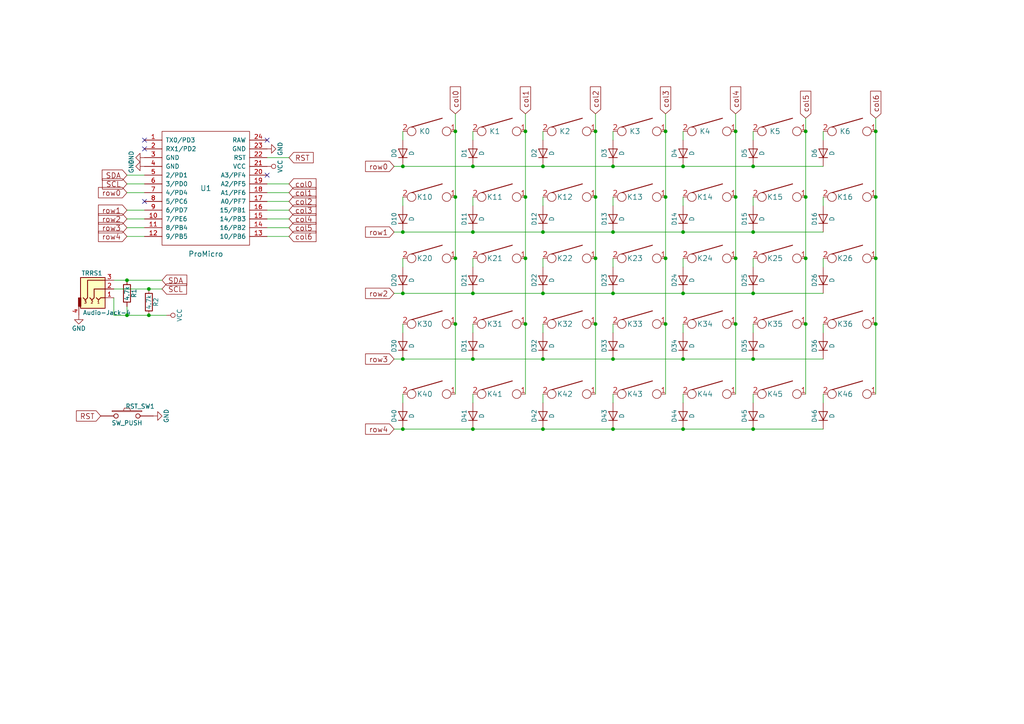
<source format=kicad_sch>
(kicad_sch (version 20211123) (generator eeschema)
  (paper "A4")
  (title_block (title "Redox keyboard (hotswap left)") (date "2018-05-05") (rev "1.0") (comment 1 "designed by Mattia Dal Ben") (comment 2 "https://github.com/mattdibi/redox-keyboard"))
  (lib_symbols
    (symbol "redox_rev1-rescue:Audio-Jack-4" (pin_names (offset 1.016))
      (property "Reference" "J" (at -1.27 2.032 0))
      (property "Value" "Audio-Jack-4" (at 3.048 -9.398 0))
      (symbol "Audio-Jack-4_0_0"
        (rectangle (start -4.572 -8.128) (end 2.54 0.762) (stroke (width 0.254)) (fill (type background)))
        (text "1" (at 0.635 -6.35 0) (effects (font (size 0.762 0.762))))
        (text "2" (at -1.27 -6.35 0) (effects (font (size 0.762 0.762))))
        (text "3" (at -3.175 -6.35 0) (effects (font (size 0.762 0.762))))
      )
      (symbol "Audio-Jack-4_0_1"
        (rectangle (start -4.445 -7.62) (end -5.207 -5.08) (fill (type outline)))
        (polyline (pts (xy 0 -5.08) (xy 0.635 -5.715) (xy 1.27 -5.08) (xy 2.54 -5.08)) (stroke (width 0.254)))
        (polyline (pts (xy -1.905 -5.08) (xy -1.27 -5.715) (xy -0.635 -5.08) (xy -0.635 -2.54) (xy 2.54 -2.54)) (stroke (width 0.254)))
        (polyline (pts (xy 2.54 0) (xy -2.54 0) (xy -2.54 -5.08) (xy -3.175 -5.715) (xy -3.81 -5.08)) (stroke (width 0.254)))
      )
      (symbol "Audio-Jack-4_1_1"
        (pin passive line (at 5.08 -5.08 180) (length 2.54) (name "~") (number "1"))
        (pin passive line (at 5.08 -2.54 180) (length 2.54) (name "~") (number "2"))
        (pin passive line (at 5.08 0 180) (length 2.54) (name "~") (number "3"))
        (pin passive line (at -5.08 -10.16 90) (length 2.54) (name "~") (number "4"))
      )
    )
    (symbol "redox_rev1-rescue:D" (pin_numbers hide) (pin_names (offset 1.016) hide)
      (property "Reference" "D" (at 0 2.54 0))
      (property "Value" "D" (at 0 -2.54 0))
      (symbol "D_0_1"
        (polyline (pts (xy -1.27 1.27) (xy -1.27 -1.27)) (stroke (width 0.2032)))
        (polyline (pts (xy 1.27 0) (xy -1.27 0)))
        (polyline (pts (xy 1.27 1.27) (xy 1.27 -1.27) (xy -1.27 0) (xy 1.27 1.27)) (stroke (width 0.2032)))
      )
      (symbol "D_1_1"
        (pin passive line (at -3.81 0 0) (length 2.54) (name "K") (number "1"))
        (pin passive line (at 3.81 0 180) (length 2.54) (name "A") (number "2"))
      )
    )
    (symbol "redox_rev1-rescue:GND" (power) (pin_names (offset 0))
      (property "Value" "GND" (at 0 -3.81 0))
      (symbol "GND_0_1"
        (polyline (pts (xy 0 0) (xy 0 -1.27) (xy 1.27 -1.27) (xy 0 -2.54) (xy -1.27 -1.27) (xy 0 -1.27)))
      )
      (symbol "GND_1_1"
        (pin power_in line (at 0 0 270) (length 0) hide (name "GND") (number "1"))
      )
    )
    (symbol "redox_rev1-rescue:KEYSW" (pin_names (offset 1.016))
      (property "Reference" "K?" (at -1.27 0 0))
      (symbol "KEYSW_0_1"
        (circle (center -5.08 0) (radius 1.27))
        (polyline (pts (xy -5.08 1.27) (xy 3.81 3.81)) (stroke (width 0.254)))
        (circle (center 5.08 0) (radius 1.27))
      )
      (symbol "KEYSW_1_1"
        (pin passive line (at 7.62 0 180) (length 1.27) (name "~") (number "1"))
        (pin passive line (at -7.62 0 0) (length 1.27) (name "~") (number "2"))
      )
    )
    (symbol "redox_rev1-rescue:ProMicro" (pin_names (offset 1.016))
      (property "Reference" "U" (at 0 0 0))
      (property "Value" "ProMicro" (at 0 -19.05 0))
      (symbol "ProMicro_0_1"
        (rectangle (start -12.7 -16.51) (end 12.7 16.51))
      )
      (symbol "ProMicro_1_1"
        (pin input line (at -17.78 13.97 0) (length 5.08) (name "TX0/PD3") (number "1"))
        (pin input line (at -17.78 -8.89 0) (length 5.08) (name "7/PE6") (number "10"))
        (pin input line (at -17.78 -11.43 0) (length 5.08) (name "8/PB4") (number "11"))
        (pin input line (at -17.78 -13.97 0) (length 5.08) (name "9/PB5") (number "12"))
        (pin input line (at 17.78 -13.97 180) (length 5.08) (name "10/PB6") (number "13"))
        (pin input line (at 17.78 -11.43 180) (length 5.08) (name "16/PB2") (number "14"))
        (pin input line (at 17.78 -8.89 180) (length 5.08) (name "14/PB3") (number "15"))
        (pin input line (at 17.78 -6.35 180) (length 5.08) (name "15/PB1") (number "16"))
        (pin input line (at 17.78 -3.81 180) (length 5.08) (name "A0/PF7") (number "17"))
        (pin input line (at 17.78 -1.27 180) (length 5.08) (name "A1/PF6") (number "18"))
        (pin input line (at 17.78 1.27 180) (length 5.08) (name "A2/PF5") (number "19"))
        (pin input line (at -17.78 11.43 0) (length 5.08) (name "RX1/PD2") (number "2"))
        (pin input line (at 17.78 3.81 180) (length 5.08) (name "A3/PF4") (number "20"))
        (pin input line (at 17.78 6.35 180) (length 5.08) (name "VCC") (number "21"))
        (pin input line (at 17.78 8.89 180) (length 5.08) (name "RST") (number "22"))
        (pin input line (at 17.78 11.43 180) (length 5.08) (name "GND") (number "23"))
        (pin input line (at 17.78 13.97 180) (length 5.08) (name "RAW") (number "24"))
        (pin input line (at -17.78 8.89 0) (length 5.08) (name "GND") (number "3"))
        (pin input line (at -17.78 6.35 0) (length 5.08) (name "GND") (number "4"))
        (pin input line (at -17.78 3.81 0) (length 5.08) (name "2/PD1") (number "5"))
        (pin input line (at -17.78 1.27 0) (length 5.08) (name "3/PD0") (number "6"))
        (pin input line (at -17.78 -1.27 0) (length 5.08) (name "4/PD4") (number "7"))
        (pin input line (at -17.78 -3.81 0) (length 5.08) (name "5/PC6") (number "8"))
        (pin input line (at -17.78 -6.35 0) (length 5.08) (name "6/PD7") (number "9"))
      )
    )
    (symbol "redox_rev1-rescue:R" (pin_numbers hide) (pin_names (offset 0))
      (property "Reference" "R" (at 2.032 0 90))
      (property "Value" "R" (at 0 0 90))
      (symbol "R_0_1"
        (rectangle (start -1.016 -2.54) (end 1.016 2.54) (stroke (width 0.254)))
      )
      (symbol "R_1_1"
        (pin passive line (at 0 3.81 270) (length 1.27) (name "~") (number "1"))
        (pin passive line (at 0 -3.81 90) (length 1.27) (name "~") (number "2"))
      )
    )
    (symbol "redox_rev1-rescue:SW_PUSH" (pin_numbers hide) (pin_names (offset 1.016) hide)
      (property "Reference" "SW" (at 3.81 2.794 0))
      (property "Value" "SW_PUSH" (at 0 -2.032 0))
      (symbol "SW_PUSH_0_1"
        (rectangle (start -4.318 1.27) (end 4.318 1.524))
        (polyline (pts (xy -1.016 1.524) (xy -0.762 2.286) (xy 0.762 2.286) (xy 1.016 1.524)))
        (pin passive inverted (at -7.62 0 0) (length 5.08) (name "1") (number "1"))
        (pin passive inverted (at 7.62 0 180) (length 5.08) (name "2") (number "2"))
      )
    )
    (symbol "redox_rev1-rescue:VCC" (power) (pin_names (offset 0))
      (property "Value" "VCC" (at 0 3.81 0))
      (symbol "VCC_0_1"
        (polyline (pts (xy 0 0) (xy 0 1.27)))
        (circle (center 0 1.905) (radius 0.635))
      )
      (symbol "VCC_1_1"
        (pin power_in line (at 0 0 90) (length 0) hide (name "VCC") (number "1"))
      )
    )
  )
  (junction (at 233.68 74.93))
  (junction (at 193.04 74.93))
  (junction (at 218.44 124.46))
  (junction (at 254 74.93))
  (junction (at 137.16 104.14))
  (junction (at 157.48 85.09))
  (junction (at 172.72 93.98))
  (junction (at 172.72 57.15))
  (junction (at 132.08 38.1))
  (junction (at 137.16 67.31))
  (junction (at 198.12 67.31))
  (junction (at 177.8 67.31))
  (junction (at 254 38.1))
  (junction (at 177.8 104.14))
  (junction (at 152.4 38.1))
  (junction (at 177.8 85.09))
  (junction (at 116.84 67.31))
  (junction (at 218.44 67.31))
  (junction (at 254 57.15))
  (junction (at 177.8 48.26))
  (junction (at 43.18 83.82))
  (junction (at 233.68 57.15))
  (junction (at 233.68 38.1))
  (junction (at 157.48 48.26))
  (junction (at 152.4 74.93))
  (junction (at 36.83 91.44))
  (junction (at 157.48 124.46))
  (junction (at 193.04 93.98))
  (junction (at 177.8 124.46))
  (junction (at 213.36 38.1))
  (junction (at 137.16 48.26))
  (junction (at 233.68 93.98))
  (junction (at 132.08 74.93))
  (junction (at 213.36 93.98))
  (junction (at 254 93.98))
  (junction (at 172.72 38.1))
  (junction (at 218.44 85.09))
  (junction (at 137.16 124.46))
  (junction (at 36.83 81.28))
  (junction (at 218.44 104.14))
  (junction (at 213.36 74.93))
  (junction (at 198.12 124.46))
  (junction (at 132.08 57.15))
  (junction (at 116.84 85.09))
  (junction (at 198.12 85.09))
  (junction (at 132.08 93.98))
  (junction (at 157.48 67.31))
  (junction (at 157.48 104.14))
  (junction (at 193.04 38.1))
  (junction (at 116.84 104.14))
  (junction (at 198.12 48.26))
  (junction (at 152.4 93.98))
  (junction (at 137.16 85.09))
  (junction (at 116.84 48.26))
  (junction (at 172.72 74.93))
  (junction (at 213.36 57.15))
  (junction (at 193.04 57.15))
  (junction (at 116.84 124.46))
  (junction (at 152.4 57.15))
  (junction (at 198.12 104.14))
  (junction (at 43.18 91.44))
  (junction (at 218.44 48.26))
  (no_connect (at 77.47 50.8))
  (no_connect (at 41.91 58.42))
  (no_connect (at 41.91 40.64))
  (no_connect (at 77.47 40.64))
  (no_connect (at 41.91 43.18))
  (wire (pts (xy 77.47 58.42) (xy 83.82 58.42)))
  (wire (pts (xy 36.83 81.28) (xy 46.99 81.28)))
  (wire (pts (xy 36.83 91.44) (xy 43.18 91.44)))
  (wire (pts (xy 213.36 33.02) (xy 213.36 38.1)))
  (wire (pts (xy 33.02 86.36) (xy 33.02 91.44)))
  (wire (pts (xy 218.44 93.98) (xy 218.44 96.52)))
  (wire (pts (xy 137.16 67.31) (xy 157.48 67.31)))
  (wire (pts (xy 137.16 93.98) (xy 137.16 96.52)))
  (wire (pts (xy 132.08 38.1) (xy 132.08 57.15)))
  (wire (pts (xy 198.12 38.1) (xy 198.12 40.64)))
  (wire (pts (xy 177.8 67.31) (xy 198.12 67.31)))
  (wire (pts (xy 233.68 34.29) (xy 233.68 38.1)))
  (wire (pts (xy 177.8 48.26) (xy 198.12 48.26)))
  (wire (pts (xy 43.18 91.44) (xy 48.26 91.44)))
  (wire (pts (xy 177.8 93.98) (xy 177.8 96.52)))
  (wire (pts (xy 132.08 74.93) (xy 132.08 93.98)))
  (wire (pts (xy 137.16 85.09) (xy 157.48 85.09)))
  (wire (pts (xy 177.8 124.46) (xy 198.12 124.46)))
  (wire (pts (xy 77.47 68.58) (xy 83.82 68.58)))
  (wire (pts (xy 116.84 38.1) (xy 116.84 40.64)))
  (wire (pts (xy 116.84 124.46) (xy 137.16 124.46)))
  (wire (pts (xy 77.47 63.5) (xy 83.82 63.5)))
  (wire (pts (xy 152.4 74.93) (xy 152.4 93.98)))
  (wire (pts (xy 254 57.15) (xy 254 74.93)))
  (wire (pts (xy 152.4 57.15) (xy 152.4 74.93)))
  (wire (pts (xy 198.12 85.09) (xy 218.44 85.09)))
  (wire (pts (xy 114.3 104.14) (xy 116.84 104.14)))
  (wire (pts (xy 254 34.29) (xy 254 38.1)))
  (wire (pts (xy 193.04 57.15) (xy 193.04 74.93)))
  (wire (pts (xy 137.16 104.14) (xy 157.48 104.14)))
  (wire (pts (xy 218.44 114.3) (xy 218.44 116.84)))
  (wire (pts (xy 177.8 74.93) (xy 177.8 77.47)))
  (wire (pts (xy 218.44 85.09) (xy 238.76 85.09)))
  (wire (pts (xy 238.76 93.98) (xy 238.76 96.52)))
  (wire (pts (xy 36.83 68.58) (xy 41.91 68.58)))
  (wire (pts (xy 152.4 38.1) (xy 152.4 57.15)))
  (wire (pts (xy 238.76 74.93) (xy 238.76 77.47)))
  (wire (pts (xy 132.08 93.98) (xy 132.08 114.3)))
  (wire (pts (xy 254 74.93) (xy 254 93.98)))
  (wire (pts (xy 116.84 114.3) (xy 116.84 116.84)))
  (wire (pts (xy 172.72 93.98) (xy 172.72 114.3)))
  (wire (pts (xy 193.04 38.1) (xy 193.04 57.15)))
  (wire (pts (xy 218.44 48.26) (xy 238.76 48.26)))
  (wire (pts (xy 213.36 74.93) (xy 213.36 93.98)))
  (wire (pts (xy 238.76 38.1) (xy 238.76 40.64)))
  (wire (pts (xy 157.48 67.31) (xy 177.8 67.31)))
  (wire (pts (xy 172.72 38.1) (xy 172.72 57.15)))
  (wire (pts (xy 254 38.1) (xy 254 57.15)))
  (wire (pts (xy 77.47 53.34) (xy 83.82 53.34)))
  (wire (pts (xy 177.8 104.14) (xy 198.12 104.14)))
  (wire (pts (xy 218.44 67.31) (xy 238.76 67.31)))
  (wire (pts (xy 116.84 93.98) (xy 116.84 96.52)))
  (wire (pts (xy 177.8 85.09) (xy 198.12 85.09)))
  (wire (pts (xy 116.84 67.31) (xy 137.16 67.31)))
  (wire (pts (xy 137.16 38.1) (xy 137.16 40.64)))
  (wire (pts (xy 193.04 93.98) (xy 193.04 114.3)))
  (wire (pts (xy 193.04 74.93) (xy 193.04 93.98)))
  (wire (pts (xy 36.83 50.8) (xy 41.91 50.8)))
  (wire (pts (xy 218.44 124.46) (xy 238.76 124.46)))
  (wire (pts (xy 116.84 74.93) (xy 116.84 77.47)))
  (wire (pts (xy 116.84 48.26) (xy 137.16 48.26)))
  (wire (pts (xy 36.83 63.5) (xy 41.91 63.5)))
  (wire (pts (xy 36.83 55.88) (xy 41.91 55.88)))
  (wire (pts (xy 114.3 67.31) (xy 116.84 67.31)))
  (wire (pts (xy 33.02 81.28) (xy 36.83 81.28)))
  (wire (pts (xy 157.48 74.93) (xy 157.48 77.47)))
  (wire (pts (xy 218.44 104.14) (xy 238.76 104.14)))
  (wire (pts (xy 137.16 114.3) (xy 137.16 116.84)))
  (wire (pts (xy 198.12 57.15) (xy 198.12 59.69)))
  (wire (pts (xy 157.48 104.14) (xy 177.8 104.14)))
  (wire (pts (xy 172.72 33.02) (xy 172.72 38.1)))
  (wire (pts (xy 114.3 85.09) (xy 116.84 85.09)))
  (wire (pts (xy 137.16 74.93) (xy 137.16 77.47)))
  (wire (pts (xy 114.3 48.26) (xy 116.84 48.26)))
  (wire (pts (xy 36.83 53.34) (xy 41.91 53.34)))
  (wire (pts (xy 132.08 57.15) (xy 132.08 74.93)))
  (wire (pts (xy 36.83 88.9) (xy 36.83 91.44)))
  (wire (pts (xy 198.12 114.3) (xy 198.12 116.84)))
  (wire (pts (xy 36.83 66.04) (xy 41.91 66.04)))
  (wire (pts (xy 193.04 33.02) (xy 193.04 38.1)))
  (wire (pts (xy 157.48 93.98) (xy 157.48 96.52)))
  (wire (pts (xy 116.84 85.09) (xy 137.16 85.09)))
  (wire (pts (xy 157.48 85.09) (xy 177.8 85.09)))
  (wire (pts (xy 177.8 114.3) (xy 177.8 116.84)))
  (wire (pts (xy 114.3 124.46) (xy 116.84 124.46)))
  (wire (pts (xy 238.76 57.15) (xy 238.76 59.69)))
  (wire (pts (xy 77.47 45.72) (xy 83.82 45.72)))
  (wire (pts (xy 213.36 93.98) (xy 213.36 114.3)))
  (wire (pts (xy 77.47 60.96) (xy 83.82 60.96)))
  (wire (pts (xy 137.16 48.26) (xy 157.48 48.26)))
  (wire (pts (xy 43.18 83.82) (xy 46.99 83.82)))
  (wire (pts (xy 77.47 66.04) (xy 83.82 66.04)))
  (wire (pts (xy 233.68 74.93) (xy 233.68 93.98)))
  (wire (pts (xy 238.76 114.3) (xy 238.76 116.84)))
  (wire (pts (xy 36.83 60.96) (xy 41.91 60.96)))
  (wire (pts (xy 218.44 57.15) (xy 218.44 59.69)))
  (wire (pts (xy 177.8 38.1) (xy 177.8 40.64)))
  (wire (pts (xy 213.36 57.15) (xy 213.36 74.93)))
  (wire (pts (xy 177.8 57.15) (xy 177.8 59.69)))
  (wire (pts (xy 137.16 57.15) (xy 137.16 59.69)))
  (wire (pts (xy 157.48 114.3) (xy 157.48 116.84)))
  (wire (pts (xy 233.68 93.98) (xy 233.68 114.3)))
  (wire (pts (xy 116.84 57.15) (xy 116.84 59.69)))
  (wire (pts (xy 116.84 104.14) (xy 137.16 104.14)))
  (wire (pts (xy 77.47 55.88) (xy 83.82 55.88)))
  (wire (pts (xy 152.4 93.98) (xy 152.4 114.3)))
  (wire (pts (xy 137.16 124.46) (xy 157.48 124.46)))
  (wire (pts (xy 198.12 124.46) (xy 218.44 124.46)))
  (wire (pts (xy 218.44 74.93) (xy 218.44 77.47)))
  (wire (pts (xy 233.68 38.1) (xy 233.68 57.15)))
  (wire (pts (xy 157.48 48.26) (xy 177.8 48.26)))
  (wire (pts (xy 157.48 57.15) (xy 157.48 59.69)))
  (wire (pts (xy 152.4 33.02) (xy 152.4 38.1)))
  (wire (pts (xy 254 93.98) (xy 254 114.3)))
  (wire (pts (xy 233.68 57.15) (xy 233.68 74.93)))
  (wire (pts (xy 157.48 38.1) (xy 157.48 40.64)))
  (wire (pts (xy 132.08 33.02) (xy 132.08 38.1)))
  (wire (pts (xy 33.02 91.44) (xy 36.83 91.44)))
  (wire (pts (xy 218.44 38.1) (xy 218.44 40.64)))
  (wire (pts (xy 213.36 38.1) (xy 213.36 57.15)))
  (wire (pts (xy 198.12 67.31) (xy 218.44 67.31)))
  (wire (pts (xy 172.72 74.93) (xy 172.72 93.98)))
  (wire (pts (xy 198.12 74.93) (xy 198.12 77.47)))
  (wire (pts (xy 198.12 104.14) (xy 218.44 104.14)))
  (wire (pts (xy 33.02 83.82) (xy 43.18 83.82)))
  (wire (pts (xy 157.48 124.46) (xy 177.8 124.46)))
  (wire (pts (xy 198.12 48.26) (xy 218.44 48.26)))
  (wire (pts (xy 172.72 57.15) (xy 172.72 74.93)))
  (wire (pts (xy 198.12 93.98) (xy 198.12 96.52)))
  (global_label "col6" (shape input) (at 254 34.29 90) (effects (font (size 1.524 1.524))) (property "Intersheet References" "${INTERSHEET_REFS}" (effects hide)))
  (global_label "row2" (shape input) (at 114.3 85.09 180) (effects (font (size 1.524 1.524))) (property "Intersheet References" "${INTERSHEET_REFS}" (effects hide)))
  (global_label "row4" (shape input) (at 114.3 124.46 180) (effects (font (size 1.524 1.524))) (property "Intersheet References" "${INTERSHEET_REFS}" (effects hide)))
  (global_label "col5" (shape input) (at 233.68 34.29 90) (effects (font (size 1.524 1.524))) (property "Intersheet References" "${INTERSHEET_REFS}" (effects hide)))
  (global_label "SDA" (shape input) (at 46.99 81.28 0) (effects (font (size 1.524 1.524))) (property "Intersheet References" "${INTERSHEET_REFS}" (effects hide)))
  (global_label "col0" (shape input) (at 132.08 33.02 90) (effects (font (size 1.524 1.524))) (property "Intersheet References" "${INTERSHEET_REFS}" (effects hide)))
  (global_label "row0" (shape input) (at 36.83 55.88 180) (effects (font (size 1.524 1.524))) (property "Intersheet References" "${INTERSHEET_REFS}" (effects hide)))
  (global_label "col1" (shape input) (at 83.82 55.88 0) (effects (font (size 1.524 1.524))) (property "Intersheet References" "${INTERSHEET_REFS}" (effects hide)))
  (global_label "RST" (shape input) (at 83.82 45.72 0) (effects (font (size 1.524 1.524))) (property "Intersheet References" "${INTERSHEET_REFS}" (effects hide)))
  (global_label "row2" (shape input) (at 36.83 63.5 180) (effects (font (size 1.524 1.524))) (property "Intersheet References" "${INTERSHEET_REFS}" (effects hide)))
  (global_label "col4" (shape input) (at 213.36 33.02 90) (effects (font (size 1.524 1.524))) (property "Intersheet References" "${INTERSHEET_REFS}" (effects hide)))
  (global_label "row3" (shape input) (at 36.83 66.04 180) (effects (font (size 1.524 1.524))) (property "Intersheet References" "${INTERSHEET_REFS}" (effects hide)))
  (global_label "col4" (shape input) (at 83.82 63.5 0) (effects (font (size 1.524 1.524))) (property "Intersheet References" "${INTERSHEET_REFS}" (effects hide)))
  (global_label "SCL" (shape input) (at 36.83 53.34 180) (effects (font (size 1.524 1.524))) (property "Intersheet References" "${INTERSHEET_REFS}" (effects hide)))
  (global_label "row0" (shape input) (at 114.3 48.26 180) (effects (font (size 1.524 1.524))) (property "Intersheet References" "${INTERSHEET_REFS}" (effects hide)))
  (global_label "col2" (shape input) (at 172.72 33.02 90) (effects (font (size 1.524 1.524))) (property "Intersheet References" "${INTERSHEET_REFS}" (effects hide)))
  (global_label "col3" (shape input) (at 193.04 33.02 90) (effects (font (size 1.524 1.524))) (property "Intersheet References" "${INTERSHEET_REFS}" (effects hide)))
  (global_label "col5" (shape input) (at 83.82 66.04 0) (effects (font (size 1.524 1.524))) (property "Intersheet References" "${INTERSHEET_REFS}" (effects hide)))
  (global_label "col0" (shape input) (at 83.82 53.34 0) (effects (font (size 1.524 1.524))) (property "Intersheet References" "${INTERSHEET_REFS}" (effects hide)))
  (global_label "row3" (shape input) (at 114.3 104.14 180) (effects (font (size 1.524 1.524))) (property "Intersheet References" "${INTERSHEET_REFS}" (effects hide)))
  (global_label "col2" (shape input) (at 83.82 58.42 0) (effects (font (size 1.524 1.524))) (property "Intersheet References" "${INTERSHEET_REFS}" (effects hide)))
  (global_label "col1" (shape input) (at 152.4 33.02 90) (effects (font (size 1.524 1.524))) (property "Intersheet References" "${INTERSHEET_REFS}" (effects hide)))
  (global_label "row4" (shape input) (at 36.83 68.58 180) (effects (font (size 1.524 1.524))) (property "Intersheet References" "${INTERSHEET_REFS}" (effects hide)))
  (global_label "col6" (shape input) (at 83.82 68.58 0) (effects (font (size 1.524 1.524))) (property "Intersheet References" "${INTERSHEET_REFS}" (effects hide)))
  (global_label "RST" (shape input) (at 29.21 120.65 180) (effects (font (size 1.524 1.524))) (property "Intersheet References" "${INTERSHEET_REFS}" (effects hide)))
  (global_label "SCL" (shape input) (at 46.99 83.82 0) (effects (font (size 1.524 1.524))) (property "Intersheet References" "${INTERSHEET_REFS}" (effects hide)))
  (global_label "row1" (shape input) (at 36.83 60.96 180) (effects (font (size 1.524 1.524))) (property "Intersheet References" "${INTERSHEET_REFS}" (effects hide)))
  (global_label "col3" (shape input) (at 83.82 60.96 0) (effects (font (size 1.524 1.524))) (property "Intersheet References" "${INTERSHEET_REFS}" (effects hide)))
  (global_label "SDA" (shape input) (at 36.83 50.8 180) (effects (font (size 1.524 1.524))) (property "Intersheet References" "${INTERSHEET_REFS}" (effects hide)))
  (global_label "row1" (shape input) (at 114.3 67.31 180) (effects (font (size 1.524 1.524))) (property "Intersheet References" "${INTERSHEET_REFS}" (effects hide)))
  (symbol (lib_id "redox_rev1-rescue:ProMicro") (at 59.69 54.61 0) (unit 1)
    (property "Reference" "U1" (at 59.69 54.61 0) (effects (font (size 1.524 1.524))))
    (property "Value" "ProMicro" (at 59.69 73.66 0) (effects (font (size 1.524 1.524))))
    (property "Footprint" "redox_footprints:ArduinoProMicro" (effects hide))
  )
  (symbol (lib_id "redox_rev1-rescue:Audio-Jack-4") (at 27.94 81.28 0) (unit 1)
    (property "Reference" "TRRS1" (at 26.67 79.248 0))
    (property "Value" "Audio-Jack-4" (at 30.988 90.678 0))
    (property "Footprint" "redox_footprints:TRRS-PJ-320A-dual" (effects hide))
  )
  (symbol (lib_id "redox_rev1-rescue:SW_PUSH") (at 36.83 120.65 0) (unit 1)
    (property "Reference" "RST_SW1" (at 40.64 117.856 0))
    (property "Value" "SW_PUSH" (at 36.83 122.682 0))
    (property "Footprint" "redox_footprints:SW_PUSH_6mm_h4.3mm" (effects hide))
  )
  (symbol (lib_id "redox_rev1-rescue:GND") (at 77.47 43.18 90) (unit 1)
    (property "Reference" "#PWR01" (effects hide))
    (property "Value" "GND" (at 81.28 43.18 0))
  )
  (symbol (lib_id "redox_rev1-rescue:VCC") (at 77.47 48.26 270) (unit 1)
    (property "Reference" "#PWR02" (effects hide))
    (property "Value" "VCC" (at 81.28 48.26 0))
  )
  (symbol (lib_id "redox_rev1-rescue:KEYSW") (at 124.46 38.1 0) (unit 1)
    (property "Reference" "K0" (at 123.19 38.1 0) (effects (font (size 1.524 1.524))))
    (property "Value" "KEYSW" (effects hide))
    (property "Footprint" "redox_footprints:Kailh_socket_MX" (effects hide))
  )
  (symbol (lib_id "redox_rev1-rescue:D") (at 116.84 44.45 90) (unit 1)
    (property "Reference" "D0" (at 114.3 44.45 0))
    (property "Value" "D" (at 119.38 44.45 0))
    (property "Footprint" "redox_footprints:Diode-smd-via" (effects hide))
  )
  (symbol (lib_id "redox_rev1-rescue:GND") (at 22.86 91.44 0) (unit 1)
    (property "Reference" "#PWR03" (effects hide))
    (property "Value" "GND" (at 22.86 95.25 0))
  )
  (symbol (lib_id "redox_rev1-rescue:GND") (at 44.45 120.65 90) (unit 1)
    (property "Reference" "#PWR06" (effects hide))
    (property "Value" "GND" (at 48.26 120.65 0))
  )
  (symbol (lib_id "redox_rev1-rescue:KEYSW") (at 144.78 38.1 0) (unit 1)
    (property "Reference" "K1" (at 143.51 38.1 0) (effects (font (size 1.524 1.524))))
    (property "Value" "KEYSW" (effects hide))
    (property "Footprint" "redox_footprints:Kailh_socket_MX" (effects hide))
  )
  (symbol (lib_id "redox_rev1-rescue:D") (at 137.16 44.45 90) (unit 1)
    (property "Reference" "D1" (at 134.62 44.45 0))
    (property "Value" "D" (at 139.7 44.45 0))
    (property "Footprint" "redox_footprints:Diode-smd-via" (effects hide))
  )
  (symbol (lib_id "redox_rev1-rescue:GND") (at 41.91 45.72 270) (unit 1)
    (property "Reference" "#PWR07" (effects hide))
    (property "Value" "GND" (at 38.1 45.72 0))
  )
  (symbol (lib_id "redox_rev1-rescue:GND") (at 41.91 48.26 270) (unit 1)
    (property "Reference" "#PWR08" (effects hide))
    (property "Value" "GND" (at 38.1 48.26 0))
  )
  (symbol (lib_id "redox_rev1-rescue:KEYSW") (at 165.1 38.1 0) (unit 1)
    (property "Reference" "K2" (at 163.83 38.1 0) (effects (font (size 1.524 1.524))))
    (property "Value" "KEYSW" (effects hide))
    (property "Footprint" "redox_footprints:Kailh_socket_MX" (effects hide))
  )
  (symbol (lib_id "redox_rev1-rescue:D") (at 157.48 44.45 90) (unit 1)
    (property "Reference" "D2" (at 154.94 44.45 0))
    (property "Value" "D" (at 160.02 44.45 0))
    (property "Footprint" "redox_footprints:Diode-smd-via" (effects hide))
  )
  (symbol (lib_id "redox_rev1-rescue:KEYSW") (at 185.42 38.1 0) (unit 1)
    (property "Reference" "K3" (at 184.15 38.1 0) (effects (font (size 1.524 1.524))))
    (property "Value" "KEYSW" (effects hide))
    (property "Footprint" "redox_footprints:Kailh_socket_MX" (effects hide))
  )
  (symbol (lib_id "redox_rev1-rescue:D") (at 177.8 44.45 90) (unit 1)
    (property "Reference" "D3" (at 175.26 44.45 0))
    (property "Value" "D" (at 180.34 44.45 0))
    (property "Footprint" "redox_footprints:Diode-smd-via" (effects hide))
  )
  (symbol (lib_id "redox_rev1-rescue:KEYSW") (at 205.74 38.1 0) (unit 1)
    (property "Reference" "K4" (at 204.47 38.1 0) (effects (font (size 1.524 1.524))))
    (property "Value" "KEYSW" (effects hide))
    (property "Footprint" "redox_footprints:Kailh_socket_MX" (effects hide))
  )
  (symbol (lib_id "redox_rev1-rescue:D") (at 198.12 44.45 90) (unit 1)
    (property "Reference" "D4" (at 195.58 44.45 0))
    (property "Value" "D" (at 200.66 44.45 0))
    (property "Footprint" "redox_footprints:Diode-smd-via" (effects hide))
  )
  (symbol (lib_id "redox_rev1-rescue:KEYSW") (at 226.06 38.1 0) (unit 1)
    (property "Reference" "K5" (at 224.79 38.1 0) (effects (font (size 1.524 1.524))))
    (property "Value" "KEYSW" (effects hide))
    (property "Footprint" "redox_footprints:Kailh_socket_MX" (effects hide))
  )
  (symbol (lib_id "redox_rev1-rescue:D") (at 218.44 44.45 90) (unit 1)
    (property "Reference" "D5" (at 215.9 44.45 0))
    (property "Value" "D" (at 220.98 44.45 0))
    (property "Footprint" "redox_footprints:Diode-smd-via" (effects hide))
  )
  (symbol (lib_id "redox_rev1-rescue:KEYSW") (at 246.38 38.1 0) (unit 1)
    (property "Reference" "K6" (at 245.11 38.1 0) (effects (font (size 1.524 1.524))))
    (property "Value" "KEYSW" (effects hide))
    (property "Footprint" "redox_footprints:Kailh_socket_MX" (effects hide))
  )
  (symbol (lib_id "redox_rev1-rescue:D") (at 238.76 44.45 90) (unit 1)
    (property "Reference" "D6" (at 236.22 44.45 0))
    (property "Value" "D" (at 241.3 44.45 0))
    (property "Footprint" "redox_footprints:Diode-smd-via" (effects hide))
  )
  (symbol (lib_id "redox_rev1-rescue:KEYSW") (at 124.46 57.15 0) (unit 1)
    (property "Reference" "K10" (at 123.19 57.15 0) (effects (font (size 1.524 1.524))))
    (property "Value" "KEYSW" (effects hide))
    (property "Footprint" "redox_footprints:Kailh_socket_MX" (effects hide))
  )
  (symbol (lib_id "redox_rev1-rescue:D") (at 116.84 63.5 90) (unit 1)
    (property "Reference" "D10" (at 114.3 63.5 0))
    (property "Value" "D" (at 119.38 63.5 0))
    (property "Footprint" "redox_footprints:Diode-smd-via" (effects hide))
  )
  (symbol (lib_id "redox_rev1-rescue:KEYSW") (at 144.78 57.15 0) (unit 1)
    (property "Reference" "K11" (at 143.51 57.15 0) (effects (font (size 1.524 1.524))))
    (property "Value" "KEYSW" (effects hide))
    (property "Footprint" "redox_footprints:Kailh_socket_MX" (effects hide))
  )
  (symbol (lib_id "redox_rev1-rescue:D") (at 137.16 63.5 90) (unit 1)
    (property "Reference" "D11" (at 134.62 63.5 0))
    (property "Value" "D" (at 139.7 63.5 0))
    (property "Footprint" "redox_footprints:Diode-smd-via" (effects hide))
  )
  (symbol (lib_id "redox_rev1-rescue:KEYSW") (at 165.1 57.15 0) (unit 1)
    (property "Reference" "K12" (at 163.83 57.15 0) (effects (font (size 1.524 1.524))))
    (property "Value" "KEYSW" (effects hide))
    (property "Footprint" "redox_footprints:Kailh_socket_MX" (effects hide))
  )
  (symbol (lib_id "redox_rev1-rescue:D") (at 157.48 63.5 90) (unit 1)
    (property "Reference" "D12" (at 154.94 63.5 0))
    (property "Value" "D" (at 160.02 63.5 0))
    (property "Footprint" "redox_footprints:Diode-smd-via" (effects hide))
  )
  (symbol (lib_id "redox_rev1-rescue:KEYSW") (at 185.42 57.15 0) (unit 1)
    (property "Reference" "K13" (at 184.15 57.15 0) (effects (font (size 1.524 1.524))))
    (property "Value" "KEYSW" (effects hide))
    (property "Footprint" "redox_footprints:Kailh_socket_MX" (effects hide))
  )
  (symbol (lib_id "redox_rev1-rescue:D") (at 177.8 63.5 90) (unit 1)
    (property "Reference" "D13" (at 175.26 63.5 0))
    (property "Value" "D" (at 180.34 63.5 0))
    (property "Footprint" "redox_footprints:Diode-smd-via" (effects hide))
  )
  (symbol (lib_id "redox_rev1-rescue:KEYSW") (at 205.74 57.15 0) (unit 1)
    (property "Reference" "K14" (at 204.47 57.15 0) (effects (font (size 1.524 1.524))))
    (property "Value" "KEYSW" (effects hide))
    (property "Footprint" "redox_footprints:Kailh_socket_MX" (effects hide))
  )
  (symbol (lib_id "redox_rev1-rescue:D") (at 198.12 63.5 90) (unit 1)
    (property "Reference" "D14" (at 195.58 63.5 0))
    (property "Value" "D" (at 200.66 63.5 0))
    (property "Footprint" "redox_footprints:Diode-smd-via" (effects hide))
  )
  (symbol (lib_id "redox_rev1-rescue:KEYSW") (at 226.06 57.15 0) (unit 1)
    (property "Reference" "K15" (at 224.79 57.15 0) (effects (font (size 1.524 1.524))))
    (property "Value" "KEYSW" (effects hide))
    (property "Footprint" "redox_footprints:Kailh_socket_MX" (effects hide))
  )
  (symbol (lib_id "redox_rev1-rescue:D") (at 218.44 63.5 90) (unit 1)
    (property "Reference" "D15" (at 215.9 63.5 0))
    (property "Value" "D" (at 220.98 63.5 0))
    (property "Footprint" "redox_footprints:Diode-smd-via" (effects hide))
  )
  (symbol (lib_id "redox_rev1-rescue:KEYSW") (at 246.38 57.15 0) (unit 1)
    (property "Reference" "K16" (at 245.11 57.15 0) (effects (font (size 1.524 1.524))))
    (property "Value" "KEYSW" (effects hide))
    (property "Footprint" "redox_footprints:Kailh_socket_MX" (effects hide))
  )
  (symbol (lib_id "redox_rev1-rescue:D") (at 238.76 63.5 90) (unit 1)
    (property "Reference" "D16" (at 236.22 63.5 0))
    (property "Value" "D" (at 241.3 63.5 0))
    (property "Footprint" "redox_footprints:Diode-smd-via" (effects hide))
  )
  (symbol (lib_id "redox_rev1-rescue:R") (at 36.83 85.09 0) (unit 1)
    (property "Reference" "R1" (at 38.862 85.09 90))
    (property "Value" "4.7k" (at 36.83 85.09 90))
    (property "Footprint" "redox_footprints:Resistor-Compact" (effects hide))
  )
  (symbol (lib_id "redox_rev1-rescue:R") (at 43.18 87.63 0) (unit 1)
    (property "Reference" "R2" (at 45.212 87.63 90))
    (property "Value" "4.7k" (at 43.18 87.63 90))
    (property "Footprint" "redox_footprints:Resistor-Compact" (effects hide))
  )
  (symbol (lib_id "redox_rev1-rescue:KEYSW") (at 124.46 74.93 0) (unit 1)
    (property "Reference" "K20" (at 123.19 74.93 0) (effects (font (size 1.524 1.524))))
    (property "Value" "KEYSW" (effects hide))
    (property "Footprint" "redox_footprints:Kailh_socket_MX" (effects hide))
  )
  (symbol (lib_id "redox_rev1-rescue:D") (at 116.84 81.28 90) (unit 1)
    (property "Reference" "D20" (at 114.3 81.28 0))
    (property "Value" "D" (at 119.38 81.28 0))
    (property "Footprint" "redox_footprints:Diode-smd-via" (effects hide))
  )
  (symbol (lib_id "redox_rev1-rescue:KEYSW") (at 144.78 74.93 0) (unit 1)
    (property "Reference" "K21" (at 143.51 74.93 0) (effects (font (size 1.524 1.524))))
    (property "Value" "KEYSW" (effects hide))
    (property "Footprint" "redox_footprints:Kailh_socket_MX" (effects hide))
  )
  (symbol (lib_id "redox_rev1-rescue:D") (at 137.16 81.28 90) (unit 1)
    (property "Reference" "D21" (at 134.62 81.28 0))
    (property "Value" "D" (at 139.7 81.28 0))
    (property "Footprint" "redox_footprints:Diode-smd-via" (effects hide))
  )
  (symbol (lib_id "redox_rev1-rescue:KEYSW") (at 165.1 74.93 0) (unit 1)
    (property "Reference" "K22" (at 163.83 74.93 0) (effects (font (size 1.524 1.524))))
    (property "Value" "KEYSW" (effects hide))
    (property "Footprint" "redox_footprints:Kailh_socket_MX" (effects hide))
  )
  (symbol (lib_id "redox_rev1-rescue:D") (at 157.48 81.28 90) (unit 1)
    (property "Reference" "D22" (at 154.94 81.28 0))
    (property "Value" "D" (at 160.02 81.28 0))
    (property "Footprint" "redox_footprints:Diode-smd-via" (effects hide))
  )
  (symbol (lib_id "redox_rev1-rescue:KEYSW") (at 185.42 74.93 0) (unit 1)
    (property "Reference" "K23" (at 184.15 74.93 0) (effects (font (size 1.524 1.524))))
    (property "Value" "KEYSW" (effects hide))
    (property "Footprint" "redox_footprints:Kailh_socket_MX" (effects hide))
  )
  (symbol (lib_id "redox_rev1-rescue:D") (at 177.8 81.28 90) (unit 1)
    (property "Reference" "D23" (at 175.26 81.28 0))
    (property "Value" "D" (at 180.34 81.28 0))
    (property "Footprint" "redox_footprints:Diode-smd-via" (effects hide))
  )
  (symbol (lib_id "redox_rev1-rescue:KEYSW") (at 205.74 74.93 0) (unit 1)
    (property "Reference" "K24" (at 204.47 74.93 0) (effects (font (size 1.524 1.524))))
    (property "Value" "KEYSW" (effects hide))
    (property "Footprint" "redox_footprints:Kailh_socket_MX" (effects hide))
  )
  (symbol (lib_id "redox_rev1-rescue:D") (at 198.12 81.28 90) (unit 1)
    (property "Reference" "D24" (at 195.58 81.28 0))
    (property "Value" "D" (at 200.66 81.28 0))
    (property "Footprint" "redox_footprints:Diode-smd-via" (effects hide))
  )
  (symbol (lib_id "redox_rev1-rescue:KEYSW") (at 226.06 74.93 0) (unit 1)
    (property "Reference" "K25" (at 224.79 74.93 0) (effects (font (size 1.524 1.524))))
    (property "Value" "KEYSW" (effects hide))
    (property "Footprint" "redox_footprints:Kailh_socket_MX" (effects hide))
  )
  (symbol (lib_id "redox_rev1-rescue:D") (at 218.44 81.28 90) (unit 1)
    (property "Reference" "D25" (at 215.9 81.28 0))
    (property "Value" "D" (at 220.98 81.28 0))
    (property "Footprint" "redox_footprints:Diode-smd-via" (effects hide))
  )
  (symbol (lib_id "redox_rev1-rescue:KEYSW") (at 246.38 74.93 0) (unit 1)
    (property "Reference" "K26" (at 245.11 74.93 0) (effects (font (size 1.524 1.524))))
    (property "Value" "KEYSW" (effects hide))
    (property "Footprint" "redox_footprints:Kailh_socket_MX" (effects hide))
  )
  (symbol (lib_id "redox_rev1-rescue:D") (at 238.76 81.28 90) (unit 1)
    (property "Reference" "D26" (at 236.22 81.28 0))
    (property "Value" "D" (at 241.3 81.28 0))
    (property "Footprint" "redox_footprints:Diode-smd-via" (effects hide))
  )
  (symbol (lib_id "redox_rev1-rescue:KEYSW") (at 124.46 93.98 0) (unit 1)
    (property "Reference" "K30" (at 123.19 93.98 0) (effects (font (size 1.524 1.524))))
    (property "Value" "KEYSW" (effects hide))
    (property "Footprint" "redox_footprints:Kailh_socket_MX" (effects hide))
  )
  (symbol (lib_id "redox_rev1-rescue:D") (at 116.84 100.33 90) (unit 1)
    (property "Reference" "D30" (at 114.3 100.33 0))
    (property "Value" "D" (at 119.38 100.33 0))
    (property "Footprint" "redox_footprints:Diode-smd-via" (effects hide))
  )
  (symbol (lib_id "redox_rev1-rescue:KEYSW") (at 144.78 93.98 0) (unit 1)
    (property "Reference" "K31" (at 143.51 93.98 0) (effects (font (size 1.524 1.524))))
    (property "Value" "KEYSW" (effects hide))
    (property "Footprint" "redox_footprints:Kailh_socket_MX" (effects hide))
  )
  (symbol (lib_id "redox_rev1-rescue:D") (at 137.16 100.33 90) (unit 1)
    (property "Reference" "D31" (at 134.62 100.33 0))
    (property "Value" "D" (at 139.7 100.33 0))
    (property "Footprint" "redox_footprints:Diode-smd-via" (effects hide))
  )
  (symbol (lib_id "redox_rev1-rescue:KEYSW") (at 165.1 93.98 0) (unit 1)
    (property "Reference" "K32" (at 163.83 93.98 0) (effects (font (size 1.524 1.524))))
    (property "Value" "KEYSW" (effects hide))
    (property "Footprint" "redox_footprints:Kailh_socket_MX" (effects hide))
  )
  (symbol (lib_id "redox_rev1-rescue:D") (at 157.48 100.33 90) (unit 1)
    (property "Reference" "D32" (at 154.94 100.33 0))
    (property "Value" "D" (at 160.02 100.33 0))
    (property "Footprint" "redox_footprints:Diode-smd-via" (effects hide))
  )
  (symbol (lib_id "redox_rev1-rescue:KEYSW") (at 185.42 93.98 0) (unit 1)
    (property "Reference" "K33" (at 184.15 93.98 0) (effects (font (size 1.524 1.524))))
    (property "Value" "KEYSW" (effects hide))
    (property "Footprint" "redox_footprints:Kailh_socket_MX" (effects hide))
  )
  (symbol (lib_id "redox_rev1-rescue:D") (at 177.8 100.33 90) (unit 1)
    (property "Reference" "D33" (at 175.26 100.33 0))
    (property "Value" "D" (at 180.34 100.33 0))
    (property "Footprint" "redox_footprints:Diode-smd-via" (effects hide))
  )
  (symbol (lib_id "redox_rev1-rescue:KEYSW") (at 205.74 93.98 0) (unit 1)
    (property "Reference" "K34" (at 204.47 93.98 0) (effects (font (size 1.524 1.524))))
    (property "Value" "KEYSW" (effects hide))
    (property "Footprint" "redox_footprints:Kailh_socket_MX" (effects hide))
  )
  (symbol (lib_id "redox_rev1-rescue:D") (at 198.12 100.33 90) (unit 1)
    (property "Reference" "D34" (at 195.58 100.33 0))
    (property "Value" "D" (at 200.66 100.33 0))
    (property "Footprint" "redox_footprints:Diode-smd-via" (effects hide))
  )
  (symbol (lib_id "redox_rev1-rescue:KEYSW") (at 226.06 93.98 0) (unit 1)
    (property "Reference" "K35" (at 224.79 93.98 0) (effects (font (size 1.524 1.524))))
    (property "Value" "KEYSW" (effects hide))
    (property "Footprint" "redox_footprints:Kailh_socket_MX" (effects hide))
  )
  (symbol (lib_id "redox_rev1-rescue:D") (at 218.44 100.33 90) (unit 1)
    (property "Reference" "D35" (at 215.9 100.33 0))
    (property "Value" "D" (at 220.98 100.33 0))
    (property "Footprint" "redox_footprints:Diode-smd-via" (effects hide))
  )
  (symbol (lib_id "redox_rev1-rescue:KEYSW") (at 246.38 93.98 0) (unit 1)
    (property "Reference" "K36" (at 245.11 93.98 0) (effects (font (size 1.524 1.524))))
    (property "Value" "KEYSW" (effects hide))
    (property "Footprint" "redox_footprints:Kailh_socket_MX" (effects hide))
  )
  (symbol (lib_id "redox_rev1-rescue:D") (at 238.76 100.33 90) (unit 1)
    (property "Reference" "D36" (at 236.22 100.33 0))
    (property "Value" "D" (at 241.3 100.33 0))
    (property "Footprint" "redox_footprints:Diode-smd-via" (effects hide))
  )
  (symbol (lib_id "redox_rev1-rescue:VCC") (at 48.26 91.44 270) (unit 1)
    (property "Reference" "#PWR09" (effects hide))
    (property "Value" "VCC" (at 52.07 91.44 0))
  )
  (symbol (lib_id "redox_rev1-rescue:KEYSW") (at 124.46 114.3 0) (unit 1)
    (property "Reference" "K40" (at 123.19 114.3 0) (effects (font (size 1.524 1.524))))
    (property "Value" "KEYSW" (effects hide))
    (property "Footprint" "redox_footprints:Kailh_socket_MX" (effects hide))
  )
  (symbol (lib_id "redox_rev1-rescue:D") (at 116.84 120.65 90) (unit 1)
    (property "Reference" "D40" (at 114.3 120.65 0))
    (property "Value" "D" (at 119.38 120.65 0))
    (property "Footprint" "redox_footprints:Diode-smd-via" (effects hide))
  )
  (symbol (lib_id "redox_rev1-rescue:KEYSW") (at 144.78 114.3 0) (unit 1)
    (property "Reference" "K41" (at 143.51 114.3 0) (effects (font (size 1.524 1.524))))
    (property "Value" "KEYSW" (effects hide))
    (property "Footprint" "redox_footprints:Kailh_socket_MX" (effects hide))
  )
  (symbol (lib_id "redox_rev1-rescue:D") (at 137.16 120.65 90) (unit 1)
    (property "Reference" "D41" (at 134.62 120.65 0))
    (property "Value" "D" (at 139.7 120.65 0))
    (property "Footprint" "redox_footprints:Diode-smd-via" (effects hide))
  )
  (symbol (lib_id "redox_rev1-rescue:KEYSW") (at 165.1 114.3 0) (unit 1)
    (property "Reference" "K42" (at 163.83 114.3 0) (effects (font (size 1.524 1.524))))
    (property "Value" "KEYSW" (effects hide))
    (property "Footprint" "redox_footprints:Kailh_socket_MX" (effects hide))
  )
  (symbol (lib_id "redox_rev1-rescue:D") (at 157.48 120.65 90) (unit 1)
    (property "Reference" "D42" (at 154.94 120.65 0))
    (property "Value" "D" (at 160.02 120.65 0))
    (property "Footprint" "redox_footprints:Diode-smd-via" (effects hide))
  )
  (symbol (lib_id "redox_rev1-rescue:KEYSW") (at 185.42 114.3 0) (unit 1)
    (property "Reference" "K43" (at 184.15 114.3 0) (effects (font (size 1.524 1.524))))
    (property "Value" "KEYSW" (effects hide))
    (property "Footprint" "redox_footprints:Kailh_socket_MX" (effects hide))
  )
  (symbol (lib_id "redox_rev1-rescue:D") (at 177.8 120.65 90) (unit 1)
    (property "Reference" "D43" (at 175.26 120.65 0))
    (property "Value" "D" (at 180.34 120.65 0))
    (property "Footprint" "redox_footprints:Diode-smd-via" (effects hide))
  )
  (symbol (lib_id "redox_rev1-rescue:KEYSW") (at 205.74 114.3 0) (unit 1)
    (property "Reference" "K44" (at 204.47 114.3 0) (effects (font (size 1.524 1.524))))
    (property "Value" "KEYSW" (effects hide))
    (property "Footprint" "redox_footprints:Kailh_socket_MX" (effects hide))
  )
  (symbol (lib_id "redox_rev1-rescue:D") (at 198.12 120.65 90) (unit 1)
    (property "Reference" "D44" (at 195.58 120.65 0))
    (property "Value" "D" (at 200.66 120.65 0))
    (property "Footprint" "redox_footprints:Diode-smd-via" (effects hide))
  )
  (symbol (lib_id "redox_rev1-rescue:KEYSW") (at 226.06 114.3 0) (unit 1)
    (property "Reference" "K45" (at 224.79 114.3 0) (effects (font (size 1.524 1.524))))
    (property "Value" "KEYSW" (effects hide))
    (property "Footprint" "redox_footprints:Kailh_socket_MX" (effects hide))
  )
  (symbol (lib_id "redox_rev1-rescue:D") (at 218.44 120.65 90) (unit 1)
    (property "Reference" "D45" (at 215.9 120.65 0))
    (property "Value" "D" (at 220.98 120.65 0))
    (property "Footprint" "redox_footprints:Diode-smd-via" (effects hide))
  )
  (symbol (lib_id "redox_rev1-rescue:KEYSW") (at 246.38 114.3 0) (unit 1)
    (property "Reference" "K46" (at 245.11 114.3 0) (effects (font (size 1.524 1.524))))
    (property "Value" "KEYSW" (effects hide))
    (property "Footprint" "redox_footprints:Kailh_socket_MX" (effects hide))
  )
  (symbol (lib_id "redox_rev1-rescue:D") (at 238.76 120.65 90) (unit 1)
    (property "Reference" "D46" (at 236.22 120.65 0))
    (property "Value" "D" (at 241.3 120.65 0))
    (property "Footprint" "redox_footprints:Diode-smd-via" (effects hide))
  )
)
</source>
